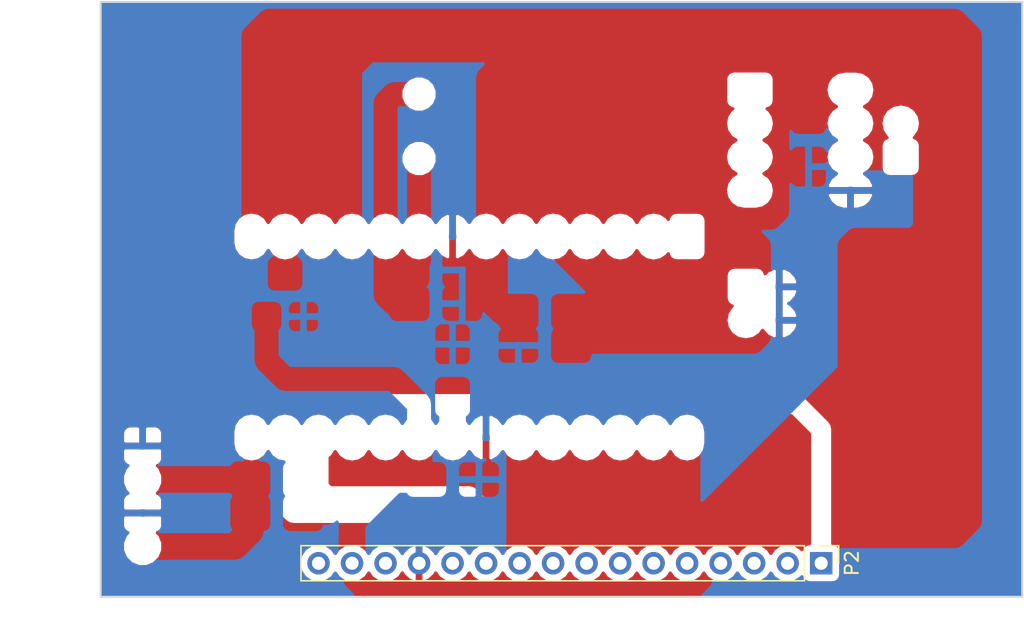
<source format=kicad_pcb>
(kicad_pcb (version 4) (host pcbnew 4.0.5)

  (general
    (links 0)
    (no_connects 0)
    (area 67.234999 33.579999 137.235001 78.815001)
    (thickness 1.6)
    (drawings 10)
    (tracks 0)
    (zones 0)
    (modules 1)
    (nets 15)
  )

  (page A4)
  (layers
    (0 F.Cu signal)
    (31 B.Cu signal)
    (32 B.Adhes user)
    (33 F.Adhes user)
    (34 B.Paste user)
    (35 F.Paste user)
    (36 B.SilkS user)
    (37 F.SilkS user)
    (38 B.Mask user)
    (39 F.Mask user)
    (40 Dwgs.User user)
    (41 Cmts.User user)
    (42 Eco1.User user)
    (43 Eco2.User user)
    (44 Edge.Cuts user)
    (45 Margin user)
    (46 B.CrtYd user)
    (47 F.CrtYd user)
    (48 B.Fab user)
    (49 F.Fab user)
  )

  (setup
    (last_trace_width 0.8)
    (user_trace_width 0.3)
    (user_trace_width 0.5)
    (user_trace_width 0.8)
    (user_trace_width 1)
    (trace_clearance 0.2)
    (zone_clearance 0.508)
    (zone_45_only no)
    (trace_min 0.2)
    (segment_width 0.2)
    (edge_width 0.15)
    (via_size 0.6)
    (via_drill 0.4)
    (via_min_size 0.4)
    (via_min_drill 0.3)
    (user_via 2 0.8)
    (uvia_size 0.3)
    (uvia_drill 0.1)
    (uvias_allowed no)
    (uvia_min_size 0.2)
    (uvia_min_drill 0.1)
    (pcb_text_width 0.3)
    (pcb_text_size 1.5 1.5)
    (mod_edge_width 0.15)
    (mod_text_size 1 1)
    (mod_text_width 0.15)
    (pad_size 1.524 1.524)
    (pad_drill 0.762)
    (pad_to_mask_clearance 0.2)
    (aux_axis_origin 0 0)
    (visible_elements FFFFFF7F)
    (pcbplotparams
      (layerselection 0x00030_80000001)
      (usegerberextensions false)
      (excludeedgelayer true)
      (linewidth 0.100000)
      (plotframeref false)
      (viasonmask false)
      (mode 1)
      (useauxorigin false)
      (hpglpennumber 1)
      (hpglpenspeed 20)
      (hpglpendiameter 15)
      (hpglpenoverlay 2)
      (psnegative false)
      (psa4output false)
      (plotreference true)
      (plotvalue true)
      (plotinvisibletext false)
      (padsonsilk false)
      (subtractmaskfromsilk false)
      (outputformat 1)
      (mirror false)
      (drillshape 1)
      (scaleselection 1)
      (outputdirectory ""))
  )

  (net 0 "")
  (net 1 GND)
  (net 2 +5V)
  (net 3 /DO1)
  (net 4 /1Wire)
  (net 5 /DO2)
  (net 6 /AI0)
  (net 7 /AI1)
  (net 8 /DI0)
  (net 9 /AI2)
  (net 10 /DI1)
  (net 11 /AI3)
  (net 12 /SDA)
  (net 13 /DO0)
  (net 14 /SCL)

  (net_class Default "Это класс цепей по умолчанию."
    (clearance 0.2)
    (trace_width 0.25)
    (via_dia 0.6)
    (via_drill 0.4)
    (uvia_dia 0.3)
    (uvia_drill 0.1)
    (add_net +5V)
    (add_net /1Wire)
    (add_net /AI0)
    (add_net /AI1)
    (add_net /AI2)
    (add_net /AI3)
    (add_net /DI0)
    (add_net /DI1)
    (add_net /DO0)
    (add_net /DO1)
    (add_net /DO2)
    (add_net /SCL)
    (add_net /SDA)
    (add_net GND)
  )

  (module Pin_Headers:Pin_Header_Straight_1x16_Pitch2.54mm (layer F.Cu) (tedit 59650532) (tstamp 59F096C5)
    (at 121.92 76.2 270)
    (descr "Through hole straight pin header, 1x16, 2.54mm pitch, single row")
    (tags "Through hole pin header THT 1x16 2.54mm single row")
    (path /59F0B44B)
    (fp_text reference P2 (at 0 -2.33 270) (layer F.SilkS)
      (effects (font (size 1 1) (thickness 0.15)))
    )
    (fp_text value Bus (at 0 40.43 270) (layer F.Fab)
      (effects (font (size 1 1) (thickness 0.15)))
    )
    (fp_line (start -0.635 -1.27) (end 1.27 -1.27) (layer F.Fab) (width 0.1))
    (fp_line (start 1.27 -1.27) (end 1.27 39.37) (layer F.Fab) (width 0.1))
    (fp_line (start 1.27 39.37) (end -1.27 39.37) (layer F.Fab) (width 0.1))
    (fp_line (start -1.27 39.37) (end -1.27 -0.635) (layer F.Fab) (width 0.1))
    (fp_line (start -1.27 -0.635) (end -0.635 -1.27) (layer F.Fab) (width 0.1))
    (fp_line (start -1.33 39.43) (end 1.33 39.43) (layer F.SilkS) (width 0.12))
    (fp_line (start -1.33 1.27) (end -1.33 39.43) (layer F.SilkS) (width 0.12))
    (fp_line (start 1.33 1.27) (end 1.33 39.43) (layer F.SilkS) (width 0.12))
    (fp_line (start -1.33 1.27) (end 1.33 1.27) (layer F.SilkS) (width 0.12))
    (fp_line (start -1.33 0) (end -1.33 -1.33) (layer F.SilkS) (width 0.12))
    (fp_line (start -1.33 -1.33) (end 0 -1.33) (layer F.SilkS) (width 0.12))
    (fp_line (start -1.8 -1.8) (end -1.8 39.9) (layer F.CrtYd) (width 0.05))
    (fp_line (start -1.8 39.9) (end 1.8 39.9) (layer F.CrtYd) (width 0.05))
    (fp_line (start 1.8 39.9) (end 1.8 -1.8) (layer F.CrtYd) (width 0.05))
    (fp_line (start 1.8 -1.8) (end -1.8 -1.8) (layer F.CrtYd) (width 0.05))
    (fp_text user %R (at 0 19.05 360) (layer F.Fab)
      (effects (font (size 1 1) (thickness 0.15)))
    )
    (pad 1 thru_hole rect (at 0 0 270) (size 1.7 1.7) (drill 1) (layers *.Cu *.Mask)
      (net 3 /DO1))
    (pad 2 thru_hole oval (at 0 2.54 270) (size 1.7 1.7) (drill 1) (layers *.Cu *.Mask)
      (net 13 /DO0))
    (pad 3 thru_hole oval (at 0 5.08 270) (size 1.7 1.7) (drill 1) (layers *.Cu *.Mask)
      (net 10 /DI1))
    (pad 4 thru_hole oval (at 0 7.62 270) (size 1.7 1.7) (drill 1) (layers *.Cu *.Mask)
      (net 8 /DI0))
    (pad 5 thru_hole oval (at 0 10.16 270) (size 1.7 1.7) (drill 1) (layers *.Cu *.Mask)
      (net 14 /SCL))
    (pad 6 thru_hole oval (at 0 12.7 270) (size 1.7 1.7) (drill 1) (layers *.Cu *.Mask)
      (net 12 /SDA))
    (pad 7 thru_hole oval (at 0 15.24 270) (size 1.7 1.7) (drill 1) (layers *.Cu *.Mask)
      (net 11 /AI3))
    (pad 8 thru_hole oval (at 0 17.78 270) (size 1.7 1.7) (drill 1) (layers *.Cu *.Mask)
      (net 9 /AI2))
    (pad 9 thru_hole oval (at 0 20.32 270) (size 1.7 1.7) (drill 1) (layers *.Cu *.Mask)
      (net 7 /AI1))
    (pad 10 thru_hole oval (at 0 22.86 270) (size 1.7 1.7) (drill 1) (layers *.Cu *.Mask)
      (net 6 /AI0))
    (pad 11 thru_hole oval (at 0 25.4 270) (size 1.7 1.7) (drill 1) (layers *.Cu *.Mask)
      (net 5 /DO2))
    (pad 12 thru_hole oval (at 0 27.94 270) (size 1.7 1.7) (drill 1) (layers *.Cu *.Mask)
      (net 4 /1Wire))
    (pad 13 thru_hole oval (at 0 30.48 270) (size 1.7 1.7) (drill 1) (layers *.Cu *.Mask)
      (net 1 GND))
    (pad 14 thru_hole oval (at 0 33.02 270) (size 1.7 1.7) (drill 1) (layers *.Cu *.Mask))
    (pad 15 thru_hole oval (at 0 35.56 270) (size 1.7 1.7) (drill 1) (layers *.Cu *.Mask)
      (net 2 +5V))
    (pad 16 thru_hole oval (at 0 38.1 270) (size 1.7 1.7) (drill 1) (layers *.Cu *.Mask))
    (model ${KISYS3DMOD}/Pin_Headers.3dshapes/Pin_Header_Straight_1x16_Pitch2.54mm.wrl
      (at (xyz 0 0 0))
      (scale (xyz 1 1 1))
      (rotate (xyz 0 0 0))
    )
  )

  (gr_line (start 67.31 33.655) (end 67.31 78.74) (angle 90) (layer Edge.Cuts) (width 0.15))
  (gr_line (start 137.16 33.655) (end 67.31 33.655) (angle 90) (layer Edge.Cuts) (width 0.15))
  (gr_line (start 137.16 78.74) (end 137.16 33.655) (angle 90) (layer Edge.Cuts) (width 0.15))
  (gr_line (start 67.31 78.74) (end 137.16 78.74) (angle 90) (layer Edge.Cuts) (width 0.15))
  (dimension 69.85 (width 0.3) (layer F.Fab)
    (gr_text "69,850 мм" (at 102.235 79.295) (layer F.Fab)
      (effects (font (size 1.5 1.5) (thickness 0.3)))
    )
    (feature1 (pts (xy 137.16 81.28) (xy 137.16 77.945)))
    (feature2 (pts (xy 67.31 81.28) (xy 67.31 77.945)))
    (crossbar (pts (xy 67.31 80.645) (xy 137.16 80.645)))
    (arrow1a (pts (xy 137.16 80.645) (xy 136.033496 81.231421)))
    (arrow1b (pts (xy 137.16 80.645) (xy 136.033496 80.058579)))
    (arrow2a (pts (xy 67.31 80.645) (xy 68.436504 81.231421)))
    (arrow2b (pts (xy 67.31 80.645) (xy 68.436504 80.058579)))
  )
  (gr_line (start 67.31 33.655) (end 67.31 78.74) (angle 90) (layer Margin) (width 0.2))
  (gr_line (start 137.16 33.655) (end 65.405 33.655) (angle 90) (layer Margin) (width 0.2))
  (gr_line (start 137.16 78.74) (end 137.16 33.655) (angle 90) (layer Margin) (width 0.2))
  (gr_line (start 67.31 78.74) (end 137.16 78.74) (angle 90) (layer Margin) (width 0.2))
  (dimension 45.085 (width 0.3) (layer F.Fab)
    (gr_text "45,085 мм" (at 65.96 56.1975 270) (layer F.Fab)
      (effects (font (size 1.5 1.5) (thickness 0.3)))
    )
    (feature1 (pts (xy 69.215 78.74) (xy 64.61 78.74)))
    (feature2 (pts (xy 69.215 33.655) (xy 64.61 33.655)))
    (crossbar (pts (xy 67.31 33.655) (xy 67.31 78.74)))
    (arrow1a (pts (xy 67.31 78.74) (xy 66.723579 77.613496)))
    (arrow1b (pts (xy 67.31 78.74) (xy 67.896421 77.613496)))
    (arrow2a (pts (xy 67.31 33.655) (xy 66.723579 34.781504)))
    (arrow2b (pts (xy 67.31 33.655) (xy 67.896421 34.781504)))
  )

  (zone (net 1) (net_name GND) (layer B.Cu) (tstamp 59F0A2D1) (hatch edge 0.508)
    (connect_pads (clearance 0.508))
    (min_thickness 0.254)
    (fill yes (arc_segments 16) (thermal_gap 0.508) (thermal_bridge_width 0.508))
    (polygon
      (pts
        (xy 137.16 78.74) (xy 67.31 78.74) (xy 67.31 33.655) (xy 137.16 33.655)
      )
    )
    (filled_polygon
      (pts
        (xy 137.033 78.613) (xy 112.997158 78.613) (xy 113.585079 78.025079) (xy 113.755245 77.770406) (xy 113.786754 77.612002)
        (xy 114.3 77.714093) (xy 114.868285 77.601054) (xy 115.350054 77.279147) (xy 115.57 76.949974) (xy 115.789946 77.279147)
        (xy 116.271715 77.601054) (xy 116.84 77.714093) (xy 117.408285 77.601054) (xy 117.890054 77.279147) (xy 118.11 76.949974)
        (xy 118.329946 77.279147) (xy 118.811715 77.601054) (xy 119.38 77.714093) (xy 119.948285 77.601054) (xy 120.430054 77.279147)
        (xy 120.45785 77.237548) (xy 120.466838 77.285317) (xy 120.60591 77.501441) (xy 120.81811 77.646431) (xy 121.07 77.69744)
        (xy 122.77 77.69744) (xy 123.005317 77.653162) (xy 123.221441 77.51409) (xy 123.366431 77.30189) (xy 123.41744 77.05)
        (xy 123.41744 75.35) (xy 123.385452 75.18) (xy 132.079995 75.18) (xy 132.08 75.180001) (xy 132.37735 75.120853)
        (xy 132.418675 75.112633) (xy 132.70579 74.92079) (xy 132.705791 74.920789) (xy 133.975787 73.650792) (xy 133.97579 73.65079)
        (xy 134.167633 73.363675) (xy 134.192234 73.24) (xy 134.235001 73.025) (xy 134.235 73.024995) (xy 134.235 36.195005)
        (xy 134.235001 36.195) (xy 134.167633 35.856325) (xy 134.13668 35.81) (xy 133.97579 35.56921) (xy 133.975787 35.569208)
        (xy 132.70579 34.29921) (xy 132.418675 34.107367) (xy 132.362484 34.09619) (xy 132.08 34.039999) (xy 132.079995 34.04)
        (xy 80.010005 34.04) (xy 80.01 34.039999) (xy 79.671325 34.107367) (xy 79.38421 34.29921) (xy 79.384208 34.299213)
        (xy 78.11421 35.56921) (xy 77.922367 35.856325) (xy 77.922367 35.856326) (xy 77.854999 36.195) (xy 77.855 36.195005)
        (xy 77.855 49.89769) (xy 77.725302 49.984352) (xy 77.414233 50.449899) (xy 77.305 50.99905) (xy 77.305 51.87095)
        (xy 77.414233 52.420101) (xy 77.725302 52.885648) (xy 78.190849 53.196717) (xy 78.74 53.30595) (xy 79.289151 53.196717)
        (xy 79.754698 52.885648) (xy 80.01 52.503562) (xy 80.245 52.855264) (xy 80.245 52.906778) (xy 80.244683 52.906838)
        (xy 80.028559 53.04591) (xy 79.883569 53.25811) (xy 79.83256 53.51) (xy 79.83256 55.01) (xy 79.876838 55.245317)
        (xy 80.01591 55.461441) (xy 80.22811 55.606431) (xy 80.48 55.65744) (xy 82.08 55.65744) (xy 82.315317 55.613162)
        (xy 82.531441 55.47409) (xy 82.676431 55.26189) (xy 82.72744 55.01) (xy 82.72744 53.51) (xy 82.683162 53.274683)
        (xy 82.54409 53.058559) (xy 82.33189 52.913569) (xy 82.315 52.910149) (xy 82.315 52.855264) (xy 82.55 52.503562)
        (xy 82.805302 52.885648) (xy 83.270849 53.196717) (xy 83.82 53.30595) (xy 84.369151 53.196717) (xy 84.834698 52.885648)
        (xy 85.09 52.503562) (xy 85.345302 52.885648) (xy 85.810849 53.196717) (xy 86.36 53.30595) (xy 86.909151 53.196717)
        (xy 87.374698 52.885648) (xy 87.63 52.503562) (xy 87.865 52.855264) (xy 87.865 55.879995) (xy 87.864999 55.88)
        (xy 87.943785 56.276077) (xy 88.168144 56.611856) (xy 88.803142 57.246853) (xy 88.803144 57.246856) (xy 89.085199 57.435318)
        (xy 89.106838 57.550317) (xy 89.24591 57.766441) (xy 89.45811 57.911431) (xy 89.71 57.96244) (xy 91.71 57.96244)
        (xy 91.945317 57.918162) (xy 92.161441 57.77909) (xy 92.306431 57.56689) (xy 92.35744 57.315) (xy 92.35744 56.80075)
        (xy 93.075 56.80075) (xy 93.075 57.44131) (xy 93.171673 57.674699) (xy 93.350302 57.853327) (xy 93.583691 57.95)
        (xy 94.42425 57.95) (xy 94.583 57.79125) (xy 94.583 56.642) (xy 93.23375 56.642) (xy 93.075 56.80075)
        (xy 92.35744 56.80075) (xy 92.35744 55.715) (xy 92.313162 55.479683) (xy 92.17409 55.263559) (xy 92.149512 55.246766)
        (xy 92.161441 55.23909) (xy 92.306431 55.02689) (xy 92.35744 54.775) (xy 92.35744 54.26075) (xy 93.075 54.26075)
        (xy 93.075 54.90131) (xy 93.171673 55.134699) (xy 93.281975 55.245) (xy 93.171673 55.355301) (xy 93.075 55.58869)
        (xy 93.075 56.22925) (xy 93.23375 56.388) (xy 94.583 56.388) (xy 94.583 54.102) (xy 93.23375 54.102)
        (xy 93.075 54.26075) (xy 92.35744 54.26075) (xy 92.35744 53.699108) (xy 92.396215 53.641077) (xy 92.422772 53.507566)
        (xy 92.475001 53.245) (xy 92.475 53.244995) (xy 92.475 52.855264) (xy 92.707507 52.507293) (xy 93.055104 52.9395)
        (xy 93.108193 52.968556) (xy 93.075 53.04869) (xy 93.075 53.68925) (xy 93.23375 53.848) (xy 94.583 53.848)
        (xy 94.583 53.828) (xy 94.837 53.828) (xy 94.837 53.848) (xy 94.857 53.848) (xy 94.857 54.102)
        (xy 94.837 54.102) (xy 94.837 56.388) (xy 94.857 56.388) (xy 94.857 56.642) (xy 94.837 56.642)
        (xy 94.837 57.79125) (xy 94.99575 57.95) (xy 95.836309 57.95) (xy 96.069698 57.853327) (xy 96.248327 57.674699)
        (xy 96.345 57.44131) (xy 96.345 57.30644) (xy 96.352434 57.317566) (xy 96.987434 57.952566) (xy 97.354826 58.19805)
        (xy 97.361838 58.235317) (xy 97.50091 58.451441) (xy 97.503657 58.453318) (xy 97.426673 58.530301) (xy 97.33 58.76369)
        (xy 97.33 59.40425) (xy 97.48875 59.563) (xy 98.838 59.563) (xy 98.838 59.543) (xy 99.092 59.543)
        (xy 99.092 59.563) (xy 100.44125 59.563) (xy 100.6 59.40425) (xy 100.6 58.76369) (xy 100.503327 58.530301)
        (xy 100.424833 58.451808) (xy 100.561431 58.25189) (xy 100.61244 58) (xy 100.61244 56.3) (xy 100.568162 56.064683)
        (xy 100.42909 55.848559) (xy 100.21689 55.703569) (xy 99.965 55.65256) (xy 98.29 55.65256) (xy 98.29 53.04915)
        (xy 98.510849 53.196717) (xy 99.06 53.30595) (xy 99.609151 53.196717) (xy 100.074698 52.885648) (xy 100.33 52.503562)
        (xy 100.585302 52.885648) (xy 101.050849 53.196717) (xy 101.580489 53.302069) (xy 103.930981 55.65256) (xy 101.965 55.65256)
        (xy 101.729683 55.696838) (xy 101.513559 55.83591) (xy 101.368569 56.04811) (xy 101.31756 56.3) (xy 101.31756 58)
        (xy 101.361838 58.235317) (xy 101.498584 58.447826) (xy 101.368569 58.63811) (xy 101.31756 58.89) (xy 101.31756 60.49)
        (xy 101.361838 60.725317) (xy 101.50091 60.941441) (xy 101.71311 61.086431) (xy 101.965 61.13744) (xy 103.965 61.13744)
        (xy 104.200317 61.093162) (xy 104.416441 60.95409) (xy 104.561431 60.74189) (xy 104.61244 60.49) (xy 104.61244 60.45)
        (xy 116.84 60.45) (xy 117.130839 60.392148) (xy 117.377401 60.227401) (xy 118.012401 59.592401) (xy 118.177148 59.345839)
        (xy 118.216884 59.146075) (xy 118.388108 59.226486) (xy 118.618 59.105819) (xy 118.618 57.912) (xy 118.872 57.912)
        (xy 118.872 59.105819) (xy 119.101892 59.226486) (xy 119.626358 58.980183) (xy 120.016645 58.551924) (xy 120.186476 58.14189)
        (xy 120.065155 57.912) (xy 118.872 57.912) (xy 118.618 57.912) (xy 118.598 57.912) (xy 118.598 57.658)
        (xy 118.618 57.658) (xy 118.618 55.372) (xy 118.872 55.372) (xy 118.872 57.658) (xy 120.065155 57.658)
        (xy 120.186476 57.42811) (xy 120.016645 57.018076) (xy 119.626358 56.589817) (xy 119.467046 56.515) (xy 119.626358 56.440183)
        (xy 120.016645 56.011924) (xy 120.186476 55.60189) (xy 120.065155 55.372) (xy 118.872 55.372) (xy 118.618 55.372)
        (xy 118.598 55.372) (xy 118.598 55.118) (xy 118.618 55.118) (xy 118.618 53.924181) (xy 118.872 53.924181)
        (xy 118.872 55.118) (xy 120.065155 55.118) (xy 120.186476 54.88811) (xy 120.016645 54.478076) (xy 119.626358 54.049817)
        (xy 119.101892 53.803514) (xy 118.872 53.924181) (xy 118.618 53.924181) (xy 118.388108 53.803514) (xy 118.235 53.875418)
        (xy 118.235 52.07) (xy 118.177148 51.779161) (xy 118.012401 51.532599) (xy 117.529802 51.05) (xy 118.109995 51.05)
        (xy 118.11 51.050001) (xy 118.392484 50.99381) (xy 118.448675 50.982633) (xy 118.73579 50.79079) (xy 119.370787 50.155792)
        (xy 119.37079 50.15579) (xy 119.562633 49.868675) (xy 119.562634 49.868674) (xy 119.630001 49.53) (xy 119.63 49.529995)
        (xy 119.63 48.291539) (xy 122.350596 48.291539) (xy 122.368133 48.374319) (xy 122.638 48.867396) (xy 123.076017 49.219666)
        (xy 123.6155 49.3775) (xy 124.0155 49.3775) (xy 124.0155 48.0695) (xy 124.2695 48.0695) (xy 124.2695 49.3775)
        (xy 124.6695 49.3775) (xy 125.208983 49.219666) (xy 125.647 48.867396) (xy 125.916867 48.374319) (xy 125.934404 48.291539)
        (xy 125.812415 48.0695) (xy 124.2695 48.0695) (xy 124.0155 48.0695) (xy 122.472585 48.0695) (xy 122.350596 48.291539)
        (xy 119.63 48.291539) (xy 119.63 47.493025) (xy 119.807801 47.670827) (xy 120.04119 47.7675) (xy 120.68175 47.7675)
        (xy 120.8405 47.60875) (xy 120.8405 46.2595) (xy 121.0945 46.2595) (xy 121.0945 47.60875) (xy 121.25325 47.7675)
        (xy 121.89381 47.7675) (xy 122.127199 47.670827) (xy 122.305827 47.492198) (xy 122.4025 47.258809) (xy 122.4025 46.41825)
        (xy 122.24375 46.2595) (xy 121.0945 46.2595) (xy 120.8405 46.2595) (xy 120.8205 46.2595) (xy 120.8205 46.0055)
        (xy 120.8405 46.0055) (xy 120.8405 44.65625) (xy 120.68175 44.4975) (xy 120.04119 44.4975) (xy 119.807801 44.594173)
        (xy 119.63 44.771975) (xy 119.63 43.469859) (xy 119.70341 43.583941) (xy 119.91561 43.728931) (xy 120.1675 43.77994)
        (xy 121.7675 43.77994) (xy 122.002817 43.735662) (xy 122.218941 43.59659) (xy 122.363931 43.38439) (xy 122.369697 43.355917)
        (xy 122.380783 43.411651) (xy 122.691852 43.877198) (xy 123.073938 44.1325) (xy 122.691852 44.387802) (xy 122.380783 44.853349)
        (xy 122.367289 44.921185) (xy 122.305827 44.772802) (xy 122.127199 44.594173) (xy 121.89381 44.4975) (xy 121.25325 44.4975)
        (xy 121.0945 44.65625) (xy 121.0945 46.0055) (xy 122.24375 46.0055) (xy 122.366982 45.882268) (xy 122.380783 45.951651)
        (xy 122.691852 46.417198) (xy 123.070207 46.670007) (xy 122.638 47.017604) (xy 122.368133 47.510681) (xy 122.350596 47.593461)
        (xy 122.472585 47.8155) (xy 124.0155 47.8155) (xy 124.0155 47.7955) (xy 124.2695 47.7955) (xy 124.2695 47.8155)
        (xy 125.812415 47.8155) (xy 125.934404 47.593461) (xy 125.916867 47.510681) (xy 125.647 47.017604) (xy 125.214793 46.670007)
        (xy 125.413104 46.5375) (xy 126.531308 46.5375) (xy 126.63841 46.703941) (xy 126.85061 46.848931) (xy 127.1025 46.89994)
        (xy 128.755 46.89994) (xy 128.755 50.474842) (xy 128.579842 50.65) (xy 124.460005 50.65) (xy 124.46 50.649999)
        (xy 124.159594 50.709755) (xy 123.904921 50.879921) (xy 123.269921 51.514921) (xy 123.099755 51.769593) (xy 123.099755 51.769594)
        (xy 123.04 52.07) (xy 123.04 61.269842) (xy 112.895 71.414842) (xy 112.895 67.945604) (xy 113.085767 67.660101)
        (xy 113.195 67.11095) (xy 113.195 66.23905) (xy 113.085767 65.689899) (xy 112.774698 65.224352) (xy 112.309151 64.913283)
        (xy 111.76 64.80405) (xy 111.210849 64.913283) (xy 110.745302 65.224352) (xy 110.49 65.606438) (xy 110.234698 65.224352)
        (xy 109.769151 64.913283) (xy 109.22 64.80405) (xy 108.670849 64.913283) (xy 108.205302 65.224352) (xy 107.95 65.606438)
        (xy 107.694698 65.224352) (xy 107.229151 64.913283) (xy 106.68 64.80405) (xy 106.130849 64.913283) (xy 105.665302 65.224352)
        (xy 105.41 65.606438) (xy 105.154698 65.224352) (xy 104.689151 64.913283) (xy 104.14 64.80405) (xy 103.590849 64.913283)
        (xy 103.125302 65.224352) (xy 102.87 65.606438) (xy 102.614698 65.224352) (xy 102.149151 64.913283) (xy 101.6 64.80405)
        (xy 101.050849 64.913283) (xy 100.585302 65.224352) (xy 100.33 65.606438) (xy 100.074698 65.224352) (xy 99.609151 64.913283)
        (xy 99.06 64.80405) (xy 98.510849 64.913283) (xy 98.045302 65.224352) (xy 97.792493 65.602707) (xy 97.444896 65.1705)
        (xy 96.951819 64.900633) (xy 96.869039 64.883096) (xy 96.647 65.005085) (xy 96.647 66.548) (xy 96.667 66.548)
        (xy 96.667 66.802) (xy 96.647 66.802) (xy 96.647 66.822) (xy 96.393 66.822) (xy 96.393 66.802)
        (xy 96.373 66.802) (xy 96.373 66.548) (xy 96.393 66.548) (xy 96.393 65.005085) (xy 96.170961 64.883096)
        (xy 96.088181 64.900633) (xy 95.595104 65.1705) (xy 95.247507 65.602707) (xy 95.115 65.404396) (xy 95.115 65.134018)
        (xy 95.231441 65.05909) (xy 95.376431 64.84689) (xy 95.42744 64.595) (xy 95.42744 62.595) (xy 95.383162 62.359683)
        (xy 95.24409 62.143559) (xy 95.03189 61.998569) (xy 94.78 61.94756) (xy 93.18 61.94756) (xy 92.944683 61.991838)
        (xy 92.728559 62.13091) (xy 92.583569 62.34311) (xy 92.53256 62.595) (xy 92.53256 64.595) (xy 92.576838 64.830317)
        (xy 92.71591 65.046441) (xy 92.845 65.134644) (xy 92.845 65.404396) (xy 92.71 65.606438) (xy 92.475 65.254736)
        (xy 92.475 64.135005) (xy 92.475001 64.135) (xy 92.396215 63.738923) (xy 92.300049 63.595) (xy 92.171856 63.403144)
        (xy 92.171853 63.403142) (xy 90.266856 61.498144) (xy 89.931077 61.273785) (xy 89.535 61.194999) (xy 89.534995 61.195)
        (xy 81.708712 61.195) (xy 80.915 60.401288) (xy 80.915 59.88075) (xy 92.545 59.88075) (xy 92.545 60.721309)
        (xy 92.641673 60.954698) (xy 92.820301 61.133327) (xy 93.05369 61.23) (xy 93.69425 61.23) (xy 93.853 61.07125)
        (xy 93.853 59.722) (xy 94.107 59.722) (xy 94.107 61.07125) (xy 94.26575 61.23) (xy 94.90631 61.23)
        (xy 95.139699 61.133327) (xy 95.318327 60.954698) (xy 95.415 60.721309) (xy 95.415 59.97575) (xy 97.33 59.97575)
        (xy 97.33 60.61631) (xy 97.426673 60.849699) (xy 97.605302 61.028327) (xy 97.838691 61.125) (xy 98.67925 61.125)
        (xy 98.838 60.96625) (xy 98.838 59.817) (xy 99.092 59.817) (xy 99.092 60.96625) (xy 99.25075 61.125)
        (xy 100.091309 61.125) (xy 100.324698 61.028327) (xy 100.503327 60.849699) (xy 100.6 60.61631) (xy 100.6 59.97575)
        (xy 100.44125 59.817) (xy 99.092 59.817) (xy 98.838 59.817) (xy 97.48875 59.817) (xy 97.33 59.97575)
        (xy 95.415 59.97575) (xy 95.415 59.88075) (xy 95.25625 59.722) (xy 94.107 59.722) (xy 93.853 59.722)
        (xy 92.70375 59.722) (xy 92.545 59.88075) (xy 80.915 59.88075) (xy 80.915 58.574669) (xy 80.931441 58.56409)
        (xy 81.076431 58.35189) (xy 81.12744 58.1) (xy 81.12744 57.78575) (xy 81.445 57.78575) (xy 81.445 58.22631)
        (xy 81.541673 58.459699) (xy 81.720302 58.638327) (xy 81.953691 58.735) (xy 82.39425 58.735) (xy 82.553 58.57625)
        (xy 82.553 57.627) (xy 82.807 57.627) (xy 82.807 58.57625) (xy 82.96575 58.735) (xy 83.406309 58.735)
        (xy 83.639698 58.638327) (xy 83.809334 58.468691) (xy 92.545 58.468691) (xy 92.545 59.30925) (xy 92.70375 59.468)
        (xy 93.853 59.468) (xy 93.853 58.11875) (xy 94.107 58.11875) (xy 94.107 59.468) (xy 95.25625 59.468)
        (xy 95.415 59.30925) (xy 95.415 58.468691) (xy 95.318327 58.235302) (xy 95.139699 58.056673) (xy 94.90631 57.96)
        (xy 94.26575 57.96) (xy 94.107 58.11875) (xy 93.853 58.11875) (xy 93.69425 57.96) (xy 93.05369 57.96)
        (xy 92.820301 58.056673) (xy 92.641673 58.235302) (xy 92.545 58.468691) (xy 83.809334 58.468691) (xy 83.818327 58.459699)
        (xy 83.915 58.22631) (xy 83.915 57.78575) (xy 83.75625 57.627) (xy 82.807 57.627) (xy 82.553 57.627)
        (xy 81.60375 57.627) (xy 81.445 57.78575) (xy 81.12744 57.78575) (xy 81.12744 56.9) (xy 81.103674 56.77369)
        (xy 81.445 56.77369) (xy 81.445 57.21425) (xy 81.60375 57.373) (xy 82.553 57.373) (xy 82.553 56.42375)
        (xy 82.807 56.42375) (xy 82.807 57.373) (xy 83.75625 57.373) (xy 83.915 57.21425) (xy 83.915 56.77369)
        (xy 83.818327 56.540301) (xy 83.639698 56.361673) (xy 83.406309 56.265) (xy 82.96575 56.265) (xy 82.807 56.42375)
        (xy 82.553 56.42375) (xy 82.39425 56.265) (xy 81.953691 56.265) (xy 81.720302 56.361673) (xy 81.541673 56.540301)
        (xy 81.445 56.77369) (xy 81.103674 56.77369) (xy 81.083162 56.664683) (xy 80.94409 56.448559) (xy 80.73189 56.303569)
        (xy 80.48 56.25256) (xy 79.28 56.25256) (xy 79.044683 56.296838) (xy 78.828559 56.43591) (xy 78.683569 56.64811)
        (xy 78.63256 56.9) (xy 78.63256 58.1) (xy 78.676838 58.335317) (xy 78.81591 58.551441) (xy 78.845 58.571317)
        (xy 78.845 60.829995) (xy 78.844999 60.83) (xy 78.923785 61.226077) (xy 79.148144 61.561856) (xy 80.548144 62.961856)
        (xy 80.883923 63.186215) (xy 81.28 63.265001) (xy 81.280005 63.265) (xy 89.106288 63.265) (xy 90.405 64.563711)
        (xy 90.405 65.254736) (xy 90.17 65.606438) (xy 89.914698 65.224352) (xy 89.449151 64.913283) (xy 88.9 64.80405)
        (xy 88.350849 64.913283) (xy 87.885302 65.224352) (xy 87.63 65.606438) (xy 87.374698 65.224352) (xy 86.909151 64.913283)
        (xy 86.36 64.80405) (xy 85.810849 64.913283) (xy 85.345302 65.224352) (xy 85.09 65.606438) (xy 84.834698 65.224352)
        (xy 84.369151 64.913283) (xy 83.82 64.80405) (xy 83.270849 64.913283) (xy 82.805302 65.224352) (xy 82.55 65.606438)
        (xy 82.294698 65.224352) (xy 81.829151 64.913283) (xy 81.28 64.80405) (xy 80.730849 64.913283) (xy 80.265302 65.224352)
        (xy 80.01 65.606438) (xy 79.754698 65.224352) (xy 79.289151 64.913283) (xy 78.74 64.80405) (xy 78.190849 64.913283)
        (xy 77.725302 65.224352) (xy 77.414233 65.689899) (xy 77.305 66.23905) (xy 77.305 67.11095) (xy 77.414233 67.660101)
        (xy 77.725302 68.125648) (xy 78.064899 68.35256) (xy 77.645 68.35256) (xy 77.409683 68.396838) (xy 77.193559 68.53591)
        (xy 77.071192 68.715) (xy 71.778026 68.715) (xy 71.923327 68.569698) (xy 72.02 68.336309) (xy 72.02 67.59575)
        (xy 71.86125 67.437) (xy 70.612 67.437) (xy 70.612 67.457) (xy 70.358 67.457) (xy 70.358 67.437)
        (xy 69.10875 67.437) (xy 68.95 67.59575) (xy 68.95 68.336309) (xy 69.046673 68.569698) (xy 69.225301 68.748327)
        (xy 69.359994 68.804119) (xy 69.184449 68.979357) (xy 68.950267 69.54333) (xy 68.949735 70.153991) (xy 69.182932 70.718371)
        (xy 69.360092 70.895841) (xy 69.225301 70.951673) (xy 69.046673 71.130302) (xy 68.95 71.363691) (xy 68.95 72.10425)
        (xy 69.10875 72.263) (xy 70.358 72.263) (xy 70.358 72.243) (xy 70.612 72.243) (xy 70.612 72.263)
        (xy 71.86125 72.263) (xy 72.02 72.10425) (xy 72.02 71.363691) (xy 71.923327 71.130302) (xy 71.778026 70.985)
        (xy 77.073808 70.985) (xy 77.162015 71.122077) (xy 77.048569 71.28811) (xy 76.99756 71.54) (xy 76.99756 73.24)
        (xy 77.041838 73.475317) (xy 77.150573 73.644295) (xy 76.999868 73.795) (xy 71.778026 73.795) (xy 71.923327 73.649698)
        (xy 72.02 73.416309) (xy 72.02 72.67575) (xy 71.86125 72.517) (xy 70.612 72.517) (xy 70.612 72.537)
        (xy 70.358 72.537) (xy 70.358 72.517) (xy 69.10875 72.517) (xy 68.95 72.67575) (xy 68.95 73.416309)
        (xy 69.046673 73.649698) (xy 69.225301 73.828327) (xy 69.359994 73.884119) (xy 69.184449 74.059357) (xy 68.950267 74.62333)
        (xy 68.949735 75.233991) (xy 69.182932 75.798371) (xy 69.614357 76.230551) (xy 70.17833 76.464733) (xy 70.788991 76.465265)
        (xy 71.353371 76.232068) (xy 71.520731 76.065) (xy 77.47 76.065) (xy 77.904346 75.978603) (xy 78.272566 75.732566)
        (xy 79.447566 74.557566) (xy 79.488934 74.495654) (xy 79.693603 74.189346) (xy 79.757881 73.8662) (xy 79.880317 73.843162)
        (xy 80.096441 73.70409) (xy 80.241431 73.49189) (xy 80.29244 73.24) (xy 80.29244 71.54) (xy 80.248162 71.304683)
        (xy 80.127985 71.117923) (xy 80.241431 70.95189) (xy 80.29244 70.7) (xy 80.29244 69) (xy 80.248162 68.764683)
        (xy 80.10909 68.548559) (xy 79.89689 68.403569) (xy 79.645 68.35256) (xy 79.415101 68.35256) (xy 79.754698 68.125648)
        (xy 80.01 67.743562) (xy 80.265302 68.125648) (xy 80.730849 68.436717) (xy 81.202052 68.530445) (xy 81.193559 68.53591)
        (xy 81.048569 68.74811) (xy 80.99756 69) (xy 80.99756 70.7) (xy 81.041838 70.935317) (xy 81.162015 71.122077)
        (xy 81.048569 71.28811) (xy 80.99756 71.54) (xy 80.99756 73.24) (xy 81.041838 73.475317) (xy 81.18091 73.691441)
        (xy 81.39311 73.836431) (xy 81.645 73.88744) (xy 83.645 73.88744) (xy 83.880317 73.843162) (xy 84.096441 73.70409)
        (xy 84.241431 73.49189) (xy 84.254977 73.425) (xy 84.454995 73.425) (xy 84.455 73.425001) (xy 84.851077 73.346215)
        (xy 85.186856 73.121856) (xy 85.225 73.083712) (xy 85.225 75.247984) (xy 85.09 75.450026) (xy 84.870054 75.120853)
        (xy 84.388285 74.798946) (xy 83.82 74.685907) (xy 83.251715 74.798946) (xy 82.769946 75.120853) (xy 82.448039 75.602622)
        (xy 82.335 76.170907) (xy 82.335 76.229093) (xy 82.448039 76.797378) (xy 82.769946 77.279147) (xy 83.251715 77.601054)
        (xy 83.82 77.714093) (xy 84.388285 77.601054) (xy 84.870054 77.279147) (xy 85.09 76.949974) (xy 85.309946 77.279147)
        (xy 85.575 77.45625) (xy 85.575 77.47) (xy 85.634755 77.770407) (xy 85.804921 78.025079) (xy 86.392842 78.613)
        (xy 67.437 78.613) (xy 67.437 66.283691) (xy 68.95 66.283691) (xy 68.95 67.02425) (xy 69.10875 67.183)
        (xy 70.358 67.183) (xy 70.358 65.93375) (xy 70.612 65.93375) (xy 70.612 67.183) (xy 71.86125 67.183)
        (xy 72.02 67.02425) (xy 72.02 66.283691) (xy 71.923327 66.050302) (xy 71.744699 65.871673) (xy 71.51131 65.775)
        (xy 70.77075 65.775) (xy 70.612 65.93375) (xy 70.358 65.93375) (xy 70.19925 65.775) (xy 69.45869 65.775)
        (xy 69.225301 65.871673) (xy 69.046673 66.050302) (xy 68.95 66.283691) (xy 67.437 66.283691) (xy 67.437 33.782)
        (xy 137.033 33.782)
      )
    )
    (filled_polygon
      (pts
        (xy 92.965302 68.125648) (xy 93.430849 68.436717) (xy 93.98 68.54595) (xy 94.529151 68.436717) (xy 94.994698 68.125648)
        (xy 95.247507 67.747293) (xy 95.595104 68.1795) (xy 96.088181 68.449367) (xy 96.170961 68.466904) (xy 96.392998 68.344916)
        (xy 96.392998 68.415) (xy 96.26575 68.415) (xy 96.107 68.57375) (xy 96.107 69.723) (xy 97.45625 69.723)
        (xy 97.615 69.56425) (xy 97.615 68.92369) (xy 97.518327 68.690301) (xy 97.339698 68.511673) (xy 97.106309 68.415)
        (xy 97.014611 68.415) (xy 97.444896 68.1795) (xy 97.792493 67.747293) (xy 97.925 67.945604) (xy 97.925 75.247984)
        (xy 97.79 75.450026) (xy 97.570054 75.120853) (xy 97.088285 74.798946) (xy 96.52 74.685907) (xy 95.951715 74.798946)
        (xy 95.469946 75.120853) (xy 95.25 75.450026) (xy 95.030054 75.120853) (xy 94.548285 74.798946) (xy 93.98 74.685907)
        (xy 93.411715 74.798946) (xy 92.929946 75.120853) (xy 92.702298 75.461553) (xy 92.635183 75.318642) (xy 92.206924 74.928355)
        (xy 91.79689 74.758524) (xy 91.567 74.879845) (xy 91.567 76.073) (xy 91.587 76.073) (xy 91.587 76.327)
        (xy 91.567 76.327) (xy 91.567 76.347) (xy 91.313 76.347) (xy 91.313 76.327) (xy 91.293 76.327)
        (xy 91.293 76.073) (xy 91.313 76.073) (xy 91.313 74.879845) (xy 91.08311 74.758524) (xy 90.673076 74.928355)
        (xy 90.244817 75.318642) (xy 90.177702 75.461553) (xy 89.950054 75.120853) (xy 89.468285 74.798946) (xy 88.9 74.685907)
        (xy 88.331715 74.798946) (xy 87.849946 75.120853) (xy 87.63 75.450026) (xy 87.495 75.247984) (xy 87.495 73.495132)
        (xy 90.005132 70.985) (xy 90.440982 70.985) (xy 90.51591 71.101441) (xy 90.72811 71.246431) (xy 90.98 71.29744)
        (xy 92.98 71.29744) (xy 93.215317 71.253162) (xy 93.431441 71.11409) (xy 93.576431 70.90189) (xy 93.62744 70.65)
        (xy 93.62744 70.13575) (xy 94.345 70.13575) (xy 94.345 70.77631) (xy 94.441673 71.009699) (xy 94.620302 71.188327)
        (xy 94.853691 71.285) (xy 95.69425 71.285) (xy 95.853 71.12625) (xy 95.853 69.977) (xy 96.107 69.977)
        (xy 96.107 71.12625) (xy 96.26575 71.285) (xy 97.106309 71.285) (xy 97.339698 71.188327) (xy 97.518327 71.009699)
        (xy 97.615 70.77631) (xy 97.615 70.13575) (xy 97.45625 69.977) (xy 96.107 69.977) (xy 95.853 69.977)
        (xy 94.50375 69.977) (xy 94.345 70.13575) (xy 93.62744 70.13575) (xy 93.62744 69.05) (xy 93.603674 68.92369)
        (xy 94.345 68.92369) (xy 94.345 69.56425) (xy 94.50375 69.723) (xy 95.853 69.723) (xy 95.853 68.57375)
        (xy 95.69425 68.415) (xy 94.853691 68.415) (xy 94.620302 68.511673) (xy 94.441673 68.690301) (xy 94.345 68.92369)
        (xy 93.603674 68.92369) (xy 93.583162 68.814683) (xy 93.44409 68.598559) (xy 93.23189 68.453569) (xy 92.98 68.40256)
        (xy 92.575 68.40256) (xy 92.575 67.945604) (xy 92.71 67.743562)
      )
    )
    (filled_polygon
      (pts
        (xy 95.89421 38.74421) (xy 95.702367 39.031325) (xy 95.694463 39.071059) (xy 95.634999 39.37) (xy 95.635 39.370005)
        (xy 95.635 49.89769) (xy 95.505302 49.984352) (xy 95.252493 50.362707) (xy 94.904896 49.9305) (xy 94.411819 49.660633)
        (xy 94.329039 49.643096) (xy 94.107 49.765085) (xy 94.107 51.308) (xy 94.127 51.308) (xy 94.127 51.562)
        (xy 94.107 51.562) (xy 94.107 51.582) (xy 93.853 51.582) (xy 93.853 51.562) (xy 93.833 51.562)
        (xy 93.833 51.308) (xy 93.853 51.308) (xy 93.853 49.765085) (xy 93.630961 49.643096) (xy 93.548181 49.660633)
        (xy 93.055104 49.9305) (xy 92.707507 50.362707) (xy 92.475 50.014736) (xy 92.475 46.443784) (xy 92.613461 46.305564)
        (xy 92.824759 45.796702) (xy 92.82524 45.245715) (xy 92.614831 44.736485) (xy 92.225564 44.346539) (xy 91.716702 44.135241)
        (xy 91.165715 44.13476) (xy 90.656485 44.345169) (xy 90.266539 44.734436) (xy 90.055241 45.243298) (xy 90.05476 45.794285)
        (xy 90.265169 46.303515) (xy 90.405 46.44359) (xy 90.405 50.014736) (xy 90.17 50.366438) (xy 89.935 50.014736)
        (xy 89.935 41.703712) (xy 89.963711 41.675) (xy 90.516216 41.675) (xy 90.654436 41.813461) (xy 91.163298 42.024759)
        (xy 91.714285 42.02524) (xy 92.223515 41.814831) (xy 92.613461 41.425564) (xy 92.824759 40.916702) (xy 92.82524 40.365715)
        (xy 92.614831 39.856485) (xy 92.225564 39.466539) (xy 91.716702 39.255241) (xy 91.165715 39.25476) (xy 90.656485 39.465169)
        (xy 90.51641 39.605) (xy 89.535005 39.605) (xy 89.535 39.604999) (xy 89.138923 39.683785) (xy 88.803144 39.908144)
        (xy 88.803142 39.908147) (xy 88.168144 40.543144) (xy 87.943785 40.878923) (xy 87.864999 41.275) (xy 87.865 41.275005)
        (xy 87.865 50.014736) (xy 87.63 50.366438) (xy 87.374698 49.984352) (xy 87.245 49.89769) (xy 87.245 39.10158)
        (xy 87.996579 38.35) (xy 96.288421 38.35)
      )
    )
  )
  (zone (net 1) (net_name GND) (layer F.Cu) (tstamp 59F0A2E5) (hatch edge 0.508)
    (connect_pads (clearance 0.508))
    (min_thickness 0.254)
    (fill yes (arc_segments 16) (thermal_gap 0.508) (thermal_bridge_width 0.508))
    (polygon
      (pts
        (xy 137.16 78.74) (xy 67.31 78.74) (xy 67.31 33.655) (xy 137.16 33.655)
      )
    )
    (filled_polygon
      (pts
        (xy 137.033 78.613) (xy 67.437 78.613) (xy 67.437 75.233991) (xy 68.949735 75.233991) (xy 69.182932 75.798371)
        (xy 69.614357 76.230551) (xy 70.17833 76.464733) (xy 70.788991 76.465265) (xy 71.353371 76.232068) (xy 71.414639 76.170907)
        (xy 82.335 76.170907) (xy 82.335 76.229093) (xy 82.448039 76.797378) (xy 82.769946 77.279147) (xy 83.251715 77.601054)
        (xy 83.82 77.714093) (xy 84.388285 77.601054) (xy 84.870054 77.279147) (xy 85.09 76.949974) (xy 85.309946 77.279147)
        (xy 85.791715 77.601054) (xy 86.36 77.714093) (xy 86.928285 77.601054) (xy 87.410054 77.279147) (xy 87.63 76.949974)
        (xy 87.849946 77.279147) (xy 88.331715 77.601054) (xy 88.9 77.714093) (xy 89.468285 77.601054) (xy 89.950054 77.279147)
        (xy 90.177702 76.938447) (xy 90.244817 77.081358) (xy 90.673076 77.471645) (xy 91.08311 77.641476) (xy 91.313 77.520155)
        (xy 91.313 76.327) (xy 91.293 76.327) (xy 91.293 76.073) (xy 91.313 76.073) (xy 91.313 74.879845)
        (xy 91.08311 74.758524) (xy 90.673076 74.928355) (xy 90.244817 75.318642) (xy 90.177702 75.461553) (xy 89.950054 75.120853)
        (xy 89.468285 74.798946) (xy 88.9 74.685907) (xy 88.331715 74.798946) (xy 87.849946 75.120853) (xy 87.63 75.450026)
        (xy 87.410054 75.120853) (xy 86.928285 74.798946) (xy 86.36 74.685907) (xy 85.791715 74.798946) (xy 85.309946 75.120853)
        (xy 85.09 75.450026) (xy 84.870054 75.120853) (xy 84.388285 74.798946) (xy 83.82 74.685907) (xy 83.251715 74.798946)
        (xy 82.769946 75.120853) (xy 82.448039 75.602622) (xy 82.335 76.170907) (xy 71.414639 76.170907) (xy 71.785551 75.800643)
        (xy 72.019733 75.23667) (xy 72.020265 74.626009) (xy 71.787068 74.061629) (xy 71.609908 73.884159) (xy 71.744699 73.828327)
        (xy 71.923327 73.649698) (xy 72.02 73.416309) (xy 72.02 72.67575) (xy 71.86125 72.517) (xy 70.612 72.517)
        (xy 70.612 72.537) (xy 70.358 72.537) (xy 70.358 72.517) (xy 69.10875 72.517) (xy 68.95 72.67575)
        (xy 68.95 73.416309) (xy 69.046673 73.649698) (xy 69.225301 73.828327) (xy 69.359994 73.884119) (xy 69.184449 74.059357)
        (xy 68.950267 74.62333) (xy 68.949735 75.233991) (xy 67.437 75.233991) (xy 67.437 70.153991) (xy 68.949735 70.153991)
        (xy 69.182932 70.718371) (xy 69.360092 70.895841) (xy 69.225301 70.951673) (xy 69.046673 71.130302) (xy 68.95 71.363691)
        (xy 68.95 72.10425) (xy 69.10875 72.263) (xy 70.358 72.263) (xy 70.358 72.243) (xy 70.612 72.243)
        (xy 70.612 72.263) (xy 71.86125 72.263) (xy 72.02 72.10425) (xy 72.02 71.363691) (xy 71.923327 71.130302)
        (xy 71.744699 70.951673) (xy 71.610006 70.895881) (xy 71.785551 70.720643) (xy 72.019733 70.15667) (xy 72.020265 69.546009)
        (xy 71.787068 68.981629) (xy 71.609908 68.804159) (xy 71.744699 68.748327) (xy 71.923327 68.569698) (xy 72.02 68.336309)
        (xy 72.02 67.59575) (xy 71.86125 67.437) (xy 70.612 67.437) (xy 70.612 67.457) (xy 70.358 67.457)
        (xy 70.358 67.437) (xy 69.10875 67.437) (xy 68.95 67.59575) (xy 68.95 68.336309) (xy 69.046673 68.569698)
        (xy 69.225301 68.748327) (xy 69.359994 68.804119) (xy 69.184449 68.979357) (xy 68.950267 69.54333) (xy 68.949735 70.153991)
        (xy 67.437 70.153991) (xy 67.437 66.283691) (xy 68.95 66.283691) (xy 68.95 67.02425) (xy 69.10875 67.183)
        (xy 70.358 67.183) (xy 70.358 65.93375) (xy 70.612 65.93375) (xy 70.612 67.183) (xy 71.86125 67.183)
        (xy 72.02 67.02425) (xy 72.02 66.283691) (xy 72.00151 66.23905) (xy 77.305 66.23905) (xy 77.305 67.11095)
        (xy 77.414233 67.660101) (xy 77.725302 68.125648) (xy 78.190849 68.436717) (xy 78.74 68.54595) (xy 79.289151 68.436717)
        (xy 79.754698 68.125648) (xy 80.01 67.743562) (xy 80.265302 68.125648) (xy 80.395 68.21231) (xy 80.395 71.754995)
        (xy 80.394999 71.755) (xy 80.45119 72.037484) (xy 80.462367 72.093675) (xy 80.575506 72.263) (xy 80.65421 72.38079)
        (xy 81.289208 73.015787) (xy 81.28921 73.01579) (xy 81.316778 73.03421) (xy 81.576326 73.207634) (xy 81.915 73.275001)
        (xy 81.915005 73.275) (xy 92.34342 73.275) (xy 93.095 74.026579) (xy 93.095 75.010568) (xy 92.929946 75.120853)
        (xy 92.702298 75.461553) (xy 92.635183 75.318642) (xy 92.206924 74.928355) (xy 91.79689 74.758524) (xy 91.567 74.879845)
        (xy 91.567 76.073) (xy 91.587 76.073) (xy 91.587 76.327) (xy 91.567 76.327) (xy 91.567 77.520155)
        (xy 91.79689 77.641476) (xy 92.206924 77.471645) (xy 92.635183 77.081358) (xy 92.702298 76.938447) (xy 92.929946 77.279147)
        (xy 93.411715 77.601054) (xy 93.98 77.714093) (xy 94.548285 77.601054) (xy 95.030054 77.279147) (xy 95.25 76.949974)
        (xy 95.469946 77.279147) (xy 95.951715 77.601054) (xy 96.52 77.714093) (xy 97.088285 77.601054) (xy 97.570054 77.279147)
        (xy 97.79 76.949974) (xy 98.009946 77.279147) (xy 98.491715 77.601054) (xy 99.06 77.714093) (xy 99.628285 77.601054)
        (xy 100.110054 77.279147) (xy 100.33 76.949974) (xy 100.549946 77.279147) (xy 101.031715 77.601054) (xy 101.6 77.714093)
        (xy 102.168285 77.601054) (xy 102.650054 77.279147) (xy 102.87 76.949974) (xy 103.089946 77.279147) (xy 103.571715 77.601054)
        (xy 104.14 77.714093) (xy 104.708285 77.601054) (xy 105.190054 77.279147) (xy 105.41 76.949974) (xy 105.629946 77.279147)
        (xy 106.111715 77.601054) (xy 106.68 77.714093) (xy 107.248285 77.601054) (xy 107.730054 77.279147) (xy 107.95 76.949974)
        (xy 108.169946 77.279147) (xy 108.651715 77.601054) (xy 109.22 77.714093) (xy 109.788285 77.601054) (xy 110.270054 77.279147)
        (xy 110.49 76.949974) (xy 110.709946 77.279147) (xy 111.191715 77.601054) (xy 111.76 77.714093) (xy 112.328285 77.601054)
        (xy 112.810054 77.279147) (xy 113.03 76.949974) (xy 113.249946 77.279147) (xy 113.731715 77.601054) (xy 114.3 77.714093)
        (xy 114.868285 77.601054) (xy 115.350054 77.279147) (xy 115.57 76.949974) (xy 115.789946 77.279147) (xy 116.271715 77.601054)
        (xy 116.84 77.714093) (xy 117.408285 77.601054) (xy 117.890054 77.279147) (xy 118.11 76.949974) (xy 118.329946 77.279147)
        (xy 118.811715 77.601054) (xy 119.38 77.714093) (xy 119.948285 77.601054) (xy 120.430054 77.279147) (xy 120.45785 77.237548)
        (xy 120.466838 77.285317) (xy 120.60591 77.501441) (xy 120.81811 77.646431) (xy 121.07 77.69744) (xy 122.77 77.69744)
        (xy 123.005317 77.653162) (xy 123.221441 77.51409) (xy 123.366431 77.30189) (xy 123.41744 77.05) (xy 123.41744 75.35)
        (xy 123.373162 75.114683) (xy 123.23409 74.898559) (xy 123.02189 74.753569) (xy 122.805 74.709648) (xy 122.805 66.040005)
        (xy 122.805001 66.04) (xy 122.737633 65.701326) (xy 122.737633 65.701325) (xy 122.54579 65.41421) (xy 122.545787 65.414208)
        (xy 120.64079 63.50921) (xy 120.353675 63.317367) (xy 120.297484 63.30619) (xy 120.015 63.249999) (xy 120.014995 63.25)
        (xy 80.010005 63.25) (xy 80.01 63.249999) (xy 79.671325 63.317367) (xy 79.38421 63.50921) (xy 79.384208 63.509213)
        (xy 78.11421 64.77921) (xy 77.922367 65.066325) (xy 77.922367 65.066326) (xy 77.916322 65.096716) (xy 77.725302 65.224352)
        (xy 77.414233 65.689899) (xy 77.305 66.23905) (xy 72.00151 66.23905) (xy 71.923327 66.050302) (xy 71.744699 65.871673)
        (xy 71.51131 65.775) (xy 70.77075 65.775) (xy 70.612 65.93375) (xy 70.358 65.93375) (xy 70.19925 65.775)
        (xy 69.45869 65.775) (xy 69.225301 65.871673) (xy 69.046673 66.050302) (xy 68.95 66.283691) (xy 67.437 66.283691)
        (xy 67.437 57.785) (xy 114.690907 57.785) (xy 114.803946 58.353285) (xy 115.125853 58.835054) (xy 115.607622 59.156961)
        (xy 116.175907 59.27) (xy 116.234093 59.27) (xy 116.802378 59.156961) (xy 117.284147 58.835054) (xy 117.473345 58.551899)
        (xy 117.473355 58.551924) (xy 117.863642 58.980183) (xy 118.388108 59.226486) (xy 118.618 59.105819) (xy 118.618 57.912)
        (xy 118.872 57.912) (xy 118.872 59.105819) (xy 119.101892 59.226486) (xy 119.626358 58.980183) (xy 120.016645 58.551924)
        (xy 120.186476 58.14189) (xy 120.065155 57.912) (xy 118.872 57.912) (xy 118.618 57.912) (xy 118.598 57.912)
        (xy 118.598 57.658) (xy 118.618 57.658) (xy 118.618 55.372) (xy 118.872 55.372) (xy 118.872 57.658)
        (xy 120.065155 57.658) (xy 120.186476 57.42811) (xy 120.016645 57.018076) (xy 119.626358 56.589817) (xy 119.467046 56.515)
        (xy 119.626358 56.440183) (xy 120.016645 56.011924) (xy 120.186476 55.60189) (xy 120.065155 55.372) (xy 118.872 55.372)
        (xy 118.618 55.372) (xy 118.598 55.372) (xy 118.598 55.118) (xy 118.618 55.118) (xy 118.618 53.924181)
        (xy 118.872 53.924181) (xy 118.872 55.118) (xy 120.065155 55.118) (xy 120.186476 54.88811) (xy 120.016645 54.478076)
        (xy 119.626358 54.049817) (xy 119.101892 53.803514) (xy 118.872 53.924181) (xy 118.618 53.924181) (xy 118.388108 53.803514)
        (xy 117.863642 54.049817) (xy 117.676192 54.255504) (xy 117.658162 54.159683) (xy 117.51909 53.943559) (xy 117.30689 53.798569)
        (xy 117.055 53.74756) (xy 115.355 53.74756) (xy 115.119683 53.791838) (xy 114.903559 53.93091) (xy 114.758569 54.14311)
        (xy 114.70756 54.395) (xy 114.70756 56.095) (xy 114.751838 56.330317) (xy 114.89091 56.546441) (xy 115.10311 56.691431)
        (xy 115.170541 56.705086) (xy 115.125853 56.734946) (xy 114.803946 57.216715) (xy 114.690907 57.785) (xy 67.437 57.785)
        (xy 67.437 50.99905) (xy 77.305 50.99905) (xy 77.305 51.87095) (xy 77.414233 52.420101) (xy 77.725302 52.885648)
        (xy 78.190849 53.196717) (xy 78.74 53.30595) (xy 79.289151 53.196717) (xy 79.754698 52.885648) (xy 80.01 52.503562)
        (xy 80.265302 52.885648) (xy 80.730849 53.196717) (xy 81.28 53.30595) (xy 81.829151 53.196717) (xy 82.294698 52.885648)
        (xy 82.55 52.503562) (xy 82.805302 52.885648) (xy 83.270849 53.196717) (xy 83.82 53.30595) (xy 84.369151 53.196717)
        (xy 84.834698 52.885648) (xy 85.09 52.503562) (xy 85.345302 52.885648) (xy 85.810849 53.196717) (xy 86.36 53.30595)
        (xy 86.909151 53.196717) (xy 87.374698 52.885648) (xy 87.63 52.503562) (xy 87.885302 52.885648) (xy 88.350849 53.196717)
        (xy 88.9 53.30595) (xy 89.449151 53.196717) (xy 89.914698 52.885648) (xy 90.17 52.503562) (xy 90.425302 52.885648)
        (xy 90.890849 53.196717) (xy 91.44 53.30595) (xy 91.989151 53.196717) (xy 92.454698 52.885648) (xy 92.707507 52.507293)
        (xy 93.055104 52.9395) (xy 93.548181 53.209367) (xy 93.630961 53.226904) (xy 93.853 53.104915) (xy 93.853 51.562)
        (xy 93.833 51.562) (xy 93.833 51.308) (xy 93.853 51.308) (xy 93.853 49.765085) (xy 94.107 49.765085)
        (xy 94.107 51.308) (xy 94.127 51.308) (xy 94.127 51.562) (xy 94.107 51.562) (xy 94.107 53.104915)
        (xy 94.329039 53.226904) (xy 94.411819 53.209367) (xy 94.904896 52.9395) (xy 95.252493 52.507293) (xy 95.505302 52.885648)
        (xy 95.970849 53.196717) (xy 96.52 53.30595) (xy 97.069151 53.196717) (xy 97.534698 52.885648) (xy 97.79 52.503562)
        (xy 98.045302 52.885648) (xy 98.510849 53.196717) (xy 99.06 53.30595) (xy 99.609151 53.196717) (xy 100.074698 52.885648)
        (xy 100.33 52.503562) (xy 100.585302 52.885648) (xy 101.050849 53.196717) (xy 101.6 53.30595) (xy 102.149151 53.196717)
        (xy 102.614698 52.885648) (xy 102.87 52.503562) (xy 103.125302 52.885648) (xy 103.590849 53.196717) (xy 104.14 53.30595)
        (xy 104.689151 53.196717) (xy 105.154698 52.885648) (xy 105.41 52.503562) (xy 105.665302 52.885648) (xy 106.130849 53.196717)
        (xy 106.68 53.30595) (xy 107.229151 53.196717) (xy 107.694698 52.885648) (xy 107.95 52.503562) (xy 108.205302 52.885648)
        (xy 108.670849 53.196717) (xy 109.22 53.30595) (xy 109.769151 53.196717) (xy 110.234698 52.885648) (xy 110.332251 52.73965)
        (xy 110.356838 52.870317) (xy 110.49591 53.086441) (xy 110.70811 53.231431) (xy 110.96 53.28244) (xy 112.56 53.28244)
        (xy 112.795317 53.238162) (xy 113.011441 53.09909) (xy 113.156431 52.88689) (xy 113.20744 52.635) (xy 113.20744 50.235)
        (xy 113.163162 49.999683) (xy 113.02409 49.783559) (xy 112.81189 49.638569) (xy 112.56 49.58756) (xy 110.96 49.58756)
        (xy 110.724683 49.631838) (xy 110.508559 49.77091) (xy 110.363569 49.98311) (xy 110.333403 50.132074) (xy 110.234698 49.984352)
        (xy 109.769151 49.673283) (xy 109.22 49.56405) (xy 108.670849 49.673283) (xy 108.205302 49.984352) (xy 107.95 50.366438)
        (xy 107.694698 49.984352) (xy 107.229151 49.673283) (xy 106.68 49.56405) (xy 106.130849 49.673283) (xy 105.665302 49.984352)
        (xy 105.41 50.366438) (xy 105.154698 49.984352) (xy 104.689151 49.673283) (xy 104.14 49.56405) (xy 103.590849 49.673283)
        (xy 103.125302 49.984352) (xy 102.87 50.366438) (xy 102.614698 49.984352) (xy 102.149151 49.673283) (xy 101.6 49.56405)
        (xy 101.050849 49.673283) (xy 100.585302 49.984352) (xy 100.33 50.366438) (xy 100.074698 49.984352) (xy 99.609151 49.673283)
        (xy 99.06 49.56405) (xy 98.510849 49.673283) (xy 98.045302 49.984352) (xy 97.79 50.366438) (xy 97.534698 49.984352)
        (xy 97.069151 49.673283) (xy 96.52 49.56405) (xy 95.970849 49.673283) (xy 95.505302 49.984352) (xy 95.252493 50.362707)
        (xy 94.904896 49.9305) (xy 94.411819 49.660633) (xy 94.329039 49.643096) (xy 94.107 49.765085) (xy 93.853 49.765085)
        (xy 93.630961 49.643096) (xy 93.548181 49.660633) (xy 93.055104 49.9305) (xy 92.707507 50.362707) (xy 92.454698 49.984352)
        (xy 91.989151 49.673283) (xy 91.44 49.56405) (xy 90.890849 49.673283) (xy 90.425302 49.984352) (xy 90.17 50.366438)
        (xy 89.914698 49.984352) (xy 89.449151 49.673283) (xy 88.9 49.56405) (xy 88.350849 49.673283) (xy 87.885302 49.984352)
        (xy 87.63 50.366438) (xy 87.374698 49.984352) (xy 86.909151 49.673283) (xy 86.36 49.56405) (xy 85.810849 49.673283)
        (xy 85.345302 49.984352) (xy 85.09 50.366438) (xy 84.834698 49.984352) (xy 84.369151 49.673283) (xy 83.82 49.56405)
        (xy 83.270849 49.673283) (xy 82.805302 49.984352) (xy 82.55 50.366438) (xy 82.294698 49.984352) (xy 81.829151 49.673283)
        (xy 81.28 49.56405) (xy 80.730849 49.673283) (xy 80.265302 49.984352) (xy 80.01 50.366438) (xy 79.754698 49.984352)
        (xy 79.289151 49.673283) (xy 78.74 49.56405) (xy 78.190849 49.673283) (xy 77.725302 49.984352) (xy 77.414233 50.449899)
        (xy 77.305 50.99905) (xy 67.437 50.99905) (xy 67.437 45.794285) (xy 90.05476 45.794285) (xy 90.265169 46.303515)
        (xy 90.654436 46.693461) (xy 91.163298 46.904759) (xy 91.714285 46.90524) (xy 92.223515 46.694831) (xy 92.613461 46.305564)
        (xy 92.824759 45.796702) (xy 92.82524 45.245715) (xy 92.614831 44.736485) (xy 92.225564 44.346539) (xy 91.716702 44.135241)
        (xy 91.165715 44.13476) (xy 90.656485 44.345169) (xy 90.266539 44.734436) (xy 90.055241 45.243298) (xy 90.05476 45.794285)
        (xy 67.437 45.794285) (xy 67.437 42.8625) (xy 114.65155 42.8625) (xy 114.760783 43.411651) (xy 115.071852 43.877198)
        (xy 115.453938 44.1325) (xy 115.071852 44.387802) (xy 114.760783 44.853349) (xy 114.65155 45.4025) (xy 114.760783 45.951651)
        (xy 115.071852 46.417198) (xy 115.453938 46.6725) (xy 115.071852 46.927802) (xy 114.760783 47.393349) (xy 114.65155 47.9425)
        (xy 114.760783 48.491651) (xy 115.071852 48.957198) (xy 115.537399 49.268267) (xy 116.08655 49.3775) (xy 116.95845 49.3775)
        (xy 117.507601 49.268267) (xy 117.973148 48.957198) (xy 118.284217 48.491651) (xy 118.324021 48.291539) (xy 122.350596 48.291539)
        (xy 122.368133 48.374319) (xy 122.638 48.867396) (xy 123.076017 49.219666) (xy 123.6155 49.3775) (xy 124.0155 49.3775)
        (xy 124.0155 48.0695) (xy 124.2695 48.0695) (xy 124.2695 49.3775) (xy 124.6695 49.3775) (xy 125.208983 49.219666)
        (xy 125.647 48.867396) (xy 125.916867 48.374319) (xy 125.934404 48.291539) (xy 125.812415 48.0695) (xy 124.2695 48.0695)
        (xy 124.0155 48.0695) (xy 122.472585 48.0695) (xy 122.350596 48.291539) (xy 118.324021 48.291539) (xy 118.39345 47.9425)
        (xy 118.284217 47.393349) (xy 117.973148 46.927802) (xy 117.591062 46.6725) (xy 117.973148 46.417198) (xy 118.284217 45.951651)
        (xy 118.39345 45.4025) (xy 118.284217 44.853349) (xy 117.973148 44.387802) (xy 117.591062 44.1325) (xy 117.973148 43.877198)
        (xy 118.284217 43.411651) (xy 118.39345 42.8625) (xy 118.284217 42.313349) (xy 117.973148 41.847802) (xy 117.82715 41.750249)
        (xy 117.957817 41.725662) (xy 118.173941 41.58659) (xy 118.318931 41.37439) (xy 118.36994 41.1225) (xy 118.36994 40.3225)
        (xy 122.27155 40.3225) (xy 122.380783 40.871651) (xy 122.691852 41.337198) (xy 123.073938 41.5925) (xy 122.691852 41.847802)
        (xy 122.380783 42.313349) (xy 122.27155 42.8625) (xy 122.380783 43.411651) (xy 122.691852 43.877198) (xy 123.073938 44.1325)
        (xy 122.691852 44.387802) (xy 122.380783 44.853349) (xy 122.27155 45.4025) (xy 122.380783 45.951651) (xy 122.691852 46.417198)
        (xy 123.070207 46.670007) (xy 122.638 47.017604) (xy 122.368133 47.510681) (xy 122.350596 47.593461) (xy 122.472585 47.8155)
        (xy 124.0155 47.8155) (xy 124.0155 47.7955) (xy 124.2695 47.7955) (xy 124.2695 47.8155) (xy 125.812415 47.8155)
        (xy 125.934404 47.593461) (xy 125.916867 47.510681) (xy 125.647 47.017604) (xy 125.214793 46.670007) (xy 125.593148 46.417198)
        (xy 125.904217 45.951651) (xy 126.01345 45.4025) (xy 125.904217 44.853349) (xy 125.593148 44.387802) (xy 125.211062 44.1325)
        (xy 125.593148 43.877198) (xy 125.904217 43.411651) (xy 126.01345 42.8625) (xy 126.438407 42.8625) (xy 126.551446 43.430785)
        (xy 126.873353 43.912554) (xy 126.914952 43.94035) (xy 126.867183 43.949338) (xy 126.651059 44.08841) (xy 126.506069 44.30061)
        (xy 126.45506 44.5525) (xy 126.45506 46.2525) (xy 126.499338 46.487817) (xy 126.63841 46.703941) (xy 126.85061 46.848931)
        (xy 127.1025 46.89994) (xy 128.8025 46.89994) (xy 129.037817 46.855662) (xy 129.253941 46.71659) (xy 129.398931 46.50439)
        (xy 129.44994 46.2525) (xy 129.44994 44.5525) (xy 129.405662 44.317183) (xy 129.26659 44.101059) (xy 129.05439 43.956069)
        (xy 128.986959 43.942414) (xy 129.031647 43.912554) (xy 129.353554 43.430785) (xy 129.466593 42.8625) (xy 129.353554 42.294215)
        (xy 129.031647 41.812446) (xy 128.549878 41.490539) (xy 127.981593 41.3775) (xy 127.923407 41.3775) (xy 127.355122 41.490539)
        (xy 126.873353 41.812446) (xy 126.551446 42.294215) (xy 126.438407 42.8625) (xy 126.01345 42.8625) (xy 125.904217 42.313349)
        (xy 125.593148 41.847802) (xy 125.211062 41.5925) (xy 125.593148 41.337198) (xy 125.904217 40.871651) (xy 126.01345 40.3225)
        (xy 125.904217 39.773349) (xy 125.593148 39.307802) (xy 125.127601 38.996733) (xy 124.57845 38.8875) (xy 123.70655 38.8875)
        (xy 123.157399 38.996733) (xy 122.691852 39.307802) (xy 122.380783 39.773349) (xy 122.27155 40.3225) (xy 118.36994 40.3225)
        (xy 118.36994 39.5225) (xy 118.325662 39.287183) (xy 118.18659 39.071059) (xy 117.97439 38.926069) (xy 117.7225 38.87506)
        (xy 115.3225 38.87506) (xy 115.087183 38.919338) (xy 114.871059 39.05841) (xy 114.726069 39.27061) (xy 114.67506 39.5225)
        (xy 114.67506 41.1225) (xy 114.719338 41.357817) (xy 114.85841 41.573941) (xy 115.07061 41.718931) (xy 115.219574 41.749097)
        (xy 115.071852 41.847802) (xy 114.760783 42.313349) (xy 114.65155 42.8625) (xy 67.437 42.8625) (xy 67.437 40.914285)
        (xy 90.05476 40.914285) (xy 90.265169 41.423515) (xy 90.654436 41.813461) (xy 91.163298 42.024759) (xy 91.714285 42.02524)
        (xy 92.223515 41.814831) (xy 92.613461 41.425564) (xy 92.824759 40.916702) (xy 92.82524 40.365715) (xy 92.614831 39.856485)
        (xy 92.225564 39.466539) (xy 91.716702 39.255241) (xy 91.165715 39.25476) (xy 90.656485 39.465169) (xy 90.266539 39.854436)
        (xy 90.055241 40.363298) (xy 90.05476 40.914285) (xy 67.437 40.914285) (xy 67.437 33.782) (xy 137.033 33.782)
      )
    )
    (filled_polygon
      (pts
        (xy 121.035 66.406579) (xy 121.035 74.709146) (xy 120.834683 74.746838) (xy 120.618559 74.88591) (xy 120.473569 75.09811)
        (xy 120.459914 75.165541) (xy 120.430054 75.120853) (xy 119.948285 74.798946) (xy 119.38 74.685907) (xy 118.811715 74.798946)
        (xy 118.329946 75.120853) (xy 118.11 75.450026) (xy 117.890054 75.120853) (xy 117.408285 74.798946) (xy 116.84 74.685907)
        (xy 116.271715 74.798946) (xy 115.789946 75.120853) (xy 115.57 75.450026) (xy 115.350054 75.120853) (xy 114.868285 74.798946)
        (xy 114.3 74.685907) (xy 113.731715 74.798946) (xy 113.249946 75.120853) (xy 113.03 75.450026) (xy 112.810054 75.120853)
        (xy 112.328285 74.798946) (xy 111.76 74.685907) (xy 111.191715 74.798946) (xy 110.709946 75.120853) (xy 110.49 75.450026)
        (xy 110.270054 75.120853) (xy 109.788285 74.798946) (xy 109.22 74.685907) (xy 108.651715 74.798946) (xy 108.169946 75.120853)
        (xy 107.95 75.450026) (xy 107.730054 75.120853) (xy 107.248285 74.798946) (xy 106.68 74.685907) (xy 106.111715 74.798946)
        (xy 105.629946 75.120853) (xy 105.41 75.450026) (xy 105.190054 75.120853) (xy 104.708285 74.798946) (xy 104.14 74.685907)
        (xy 103.571715 74.798946) (xy 103.089946 75.120853) (xy 102.87 75.450026) (xy 102.650054 75.120853) (xy 102.168285 74.798946)
        (xy 101.6 74.685907) (xy 101.031715 74.798946) (xy 100.549946 75.120853) (xy 100.33 75.450026) (xy 100.110054 75.120853)
        (xy 99.628285 74.798946) (xy 99.06 74.685907) (xy 98.491715 74.798946) (xy 98.009946 75.120853) (xy 97.79 75.450026)
        (xy 97.570054 75.120853) (xy 97.405 75.010568) (xy 97.405 72.390005) (xy 97.405001 72.39) (xy 97.337633 72.051325)
        (xy 97.30668 72.005) (xy 97.14579 71.76421) (xy 97.145787 71.764208) (xy 95.87579 70.49421) (xy 95.862006 70.485)
        (xy 95.588675 70.302367) (xy 95.532484 70.29119) (xy 95.25 70.234999) (xy 95.249995 70.235) (xy 84.821579 70.235)
        (xy 84.705 70.11842) (xy 84.705 68.21231) (xy 84.834698 68.125648) (xy 85.09 67.743562) (xy 85.345302 68.125648)
        (xy 85.810849 68.436717) (xy 86.36 68.54595) (xy 86.909151 68.436717) (xy 87.374698 68.125648) (xy 87.63 67.743562)
        (xy 87.885302 68.125648) (xy 88.350849 68.436717) (xy 88.9 68.54595) (xy 89.449151 68.436717) (xy 89.914698 68.125648)
        (xy 90.17 67.743562) (xy 90.425302 68.125648) (xy 90.890849 68.436717) (xy 91.44 68.54595) (xy 91.989151 68.436717)
        (xy 92.454698 68.125648) (xy 92.71 67.743562) (xy 92.965302 68.125648) (xy 93.430849 68.436717) (xy 93.98 68.54595)
        (xy 94.529151 68.436717) (xy 94.994698 68.125648) (xy 95.247507 67.747293) (xy 95.595104 68.1795) (xy 96.088181 68.449367)
        (xy 96.170961 68.466904) (xy 96.393 68.344915) (xy 96.393 66.802) (xy 96.373 66.802) (xy 96.373 66.548)
        (xy 96.393 66.548) (xy 96.393 66.528) (xy 96.647 66.528) (xy 96.647 66.548) (xy 96.667 66.548)
        (xy 96.667 66.802) (xy 96.647 66.802) (xy 96.647 68.344915) (xy 96.869039 68.466904) (xy 96.951819 68.449367)
        (xy 97.444896 68.1795) (xy 97.792493 67.747293) (xy 98.045302 68.125648) (xy 98.510849 68.436717) (xy 99.06 68.54595)
        (xy 99.609151 68.436717) (xy 100.074698 68.125648) (xy 100.33 67.743562) (xy 100.585302 68.125648) (xy 101.050849 68.436717)
        (xy 101.6 68.54595) (xy 102.149151 68.436717) (xy 102.614698 68.125648) (xy 102.87 67.743562) (xy 103.125302 68.125648)
        (xy 103.590849 68.436717) (xy 104.14 68.54595) (xy 104.689151 68.436717) (xy 105.154698 68.125648) (xy 105.41 67.743562)
        (xy 105.665302 68.125648) (xy 106.130849 68.436717) (xy 106.68 68.54595) (xy 107.229151 68.436717) (xy 107.694698 68.125648)
        (xy 107.95 67.743562) (xy 108.205302 68.125648) (xy 108.670849 68.436717) (xy 109.22 68.54595) (xy 109.769151 68.436717)
        (xy 110.234698 68.125648) (xy 110.49 67.743562) (xy 110.745302 68.125648) (xy 111.210849 68.436717) (xy 111.76 68.54595)
        (xy 112.309151 68.436717) (xy 112.774698 68.125648) (xy 113.085767 67.660101) (xy 113.195 67.11095) (xy 113.195 66.23905)
        (xy 113.085767 65.689899) (xy 112.774698 65.224352) (xy 112.468864 65.02) (xy 119.64842 65.02)
      )
    )
  )
)

</source>
